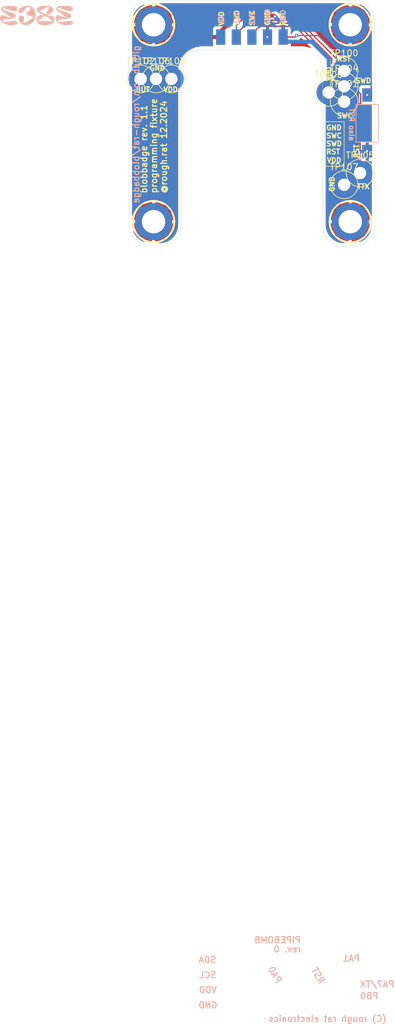
<source format=kicad_pcb>
(kicad_pcb (version 20240108) (generator "pcbnew") (generator_version "8.0")
  (layers (0 "F.Cu" signal) (31 "B.Cu" signal) (34 "B.Paste" user) (35 "F.Paste" user) (36 "B.SilkS" user "B.Silkscreen") (37 "F.SilkS" user "F.Silkscreen") (38 "B.Mask" user) (39 "F.Mask" user) (44 "Edge.Cuts" user))
  (net 0 "")
  (net 1 "/nRST")
  (net 2 "GND")
  (net 3 "/SWD")
  (net 4 "/SWC")
  (net 5 "VDD")
  (net 6 "/UART_TX")
  (net 7 "/BUT")
  (footprint "TestPoint:TestPoint_THTPad_D4.0mm_Drill2.0mm" (layer "F.Cu") (at 137 33.5)
    (property "Reference" "TP100")
    (property "Value" "TP")
  )
  (footprint "easyeda2kicad:SMD_BD5.6-D3.6" (layer "F.Cu") (at 138 58)
    (property "Reference" "U104" (hide yes))
    (property "Value" "SMTSOM215BTR")
  )
  (footprint "TestPoint:TestPoint_THTPad_D4.0mm_Drill2.0mm" (layer "F.Cu") (at 103.9 34.8)
    (property "Reference" "TP102")
    (property "Value" "TP")
  )
  (footprint "TestPoint:TestPoint_THTPad_D4.0mm_Drill2.0mm" (layer "F.Cu") (at 137 36)
    (property "Reference" "TP104")
    (property "Value" "TP")
  )
  (footprint "TestPoint:TestPoint_THTPad_D4.0mm_Drill2.0mm" (layer "F.Cu") (at 137 38.5)
    (property "Reference" "TP101")
    (property "Value" "TP")
  )
  (footprint "Button_Switch_SMD:SW_SPST_FSMSM" (layer "F.Cu") (at 140.75 42 -90)
    (property "Reference" "SW100" (hide yes))
    (property "Value" "B1")
  )
  (footprint "TestPoint:TestPoint_THTPad_D4.0mm_Drill2.0mm" (layer "F.Cu") (at 134.5 37)
    (property "Reference" "TP108")
    (property "Value" "TP")
  )
  (footprint "TestPoint:TestPoint_THTPad_D4.0mm_Drill2.0mm" (layer "F.Cu") (at 137 52)
    (property "Reference" "TP107")
    (property "Value" "TP")
  )
  (footprint "Critbit_lib:PinHeader_1x05_P2.54mm_SMD_flat" (layer "F.Cu") (at 122 28 90)
    (property "Reference" "J101" (hide yes))
    (property "Value" "Conn_01x05")
  )
  (footprint "TestPoint:TestPoint_THTPad_D4.0mm_Drill2.0mm" (layer "F.Cu") (at 106.4 34.8)
    (property "Reference" "TP106")
    (property "Value" "TP")
  )
  (footprint "easyeda2kicad:SMD_BD5.6-D3.6" (layer "F.Cu") (at 138 26)
    (property "Reference" "U102" (hide yes))
    (property "Value" "SMTSOM215BTR")
  )
  (footprint "TestPoint:TestPoint_THTPad_D4.0mm_Drill2.0mm" (layer "F.Cu") (at 108.9 34.8)
    (property "Reference" "TP103")
    (property "Value" "TP")
  )
  (footprint "easyeda2kicad:SMD_BD5.6-D3.6" (layer "F.Cu") (at 106 26)
    (property "Reference" "U101" (hide yes))
    (property "Value" "SMTSOM215BTR")
  )
  (footprint "TestPoint:TestPoint_THTPad_D4.0mm_Drill2.0mm" (layer "F.Cu") (at 139.6 50.1)
    (property "Reference" "TP105")
    (property "Value" "TP")
  )
  (footprint "easyeda2kicad:SMD_BD5.6-D3.6" (layer "F.Cu") (at 106 58)
    (property "Reference" "U103" (hide yes))
    (property "Value" "SMTSOM215BTR")
  )
  (footprint "Button_Switch_SMD:SW_SPST_FSMSM" (layer "B.Cu") (at 140.75 42 -90)
    (property "Reference" "SW101" (hide yes))
    (property "Value" "B1")
  )
  (footprint "Critbit_lib:PinHeader_1x05_P2.54mm_SMD_flat" (layer "B.Cu") (at 122 28 -90)
    (property "Reference" "J100" (hide yes))
    (property "Value" "Conn_01x05")
  )
  (gr_poly (pts (xy 90.75146 22.988061) (xy 90.681327 22.994589) (xy 90.61603 23.005244) (xy 90.555571 23.019844) (xy 90.527154 23.028566) (xy 90.499947 23.038204) (xy 90.47395 23.048738) (xy 90.449161 23.060142) (xy 90.425581 23.072395) (xy 90.403211 23.085473) (xy 90.38205 23.099354) (xy 90.362098 23.114015) (xy 90.343355 23.129432) (xy 90.325822 23.145584) (xy 90.309497 23.162445) (xy 90.294382 23.179995) (xy 90.280476 23.19821) (xy 90.267779 23.217067) (xy 90.256292 23.236543) (xy 90.246014 23.256615) (xy 90.236944 23.27726) (xy 90.229085 23.298456) (xy 90.222434 23.320178) (xy 90.216992 23.342406) (xy 90.21276 23.365115) (xy 90.209737 23.388282) (xy 90.207319 23.435901) (xy 90.207614 23.449476) (xy 90.208498 23.463047) (xy 90.212011 23.490165) (xy 90.217817 23.517225) (xy 90.225876 23.544199) (xy 90.236147 23.571059) (xy 90.248593 23.597775) (xy 90.263171 23.624319) (xy 90.279842 23.650663) (xy 90.298567 23.676777) (xy 90.319306 23.702633) (xy 90.342018 23.728202) (xy 90.366663 23.753455) (xy 90.393202 23.778364) (xy 90.421595 23.802901) (xy 90.451801 23.827036) (xy 90.483781 23.850741) (xy 91.644112 24.660842) (xy 91.658033 24.671211) (xy 91.670609 24.681741) (xy 91.681865 24.692383) (xy 91.691825 24.703092) (xy 91.700513 24.713821) (xy 91.707953 24.724523) (xy 91.71417 24.735152) (xy 91.719187 24.745661) (xy 91.72303 24.756004) (xy 91.725722 24.766134) (xy 91.727288 24.776005) (xy 91.727751 24.78557) (xy 91.727136 24.794782) (xy 91.725468 24.803595) (xy 91.72277 24.811962) (xy 91.719066 24.819837) (xy 91.714382 24.827173) (xy 91.708741 24.833923) (xy 91.702167 24.840042) (xy 91.694685 24.845482) (xy 91.686319 24.850196) (xy 91.677092 24.854139) (xy 91.667031 24.857264) (xy 91.656157 24.859524) (xy 91.644497 24.860872) (xy 91.632074 24.861262) (xy 91.618912 24.860648) (xy 91.605035 24.858983) (xy 91.590468 24.85622) (xy 91.575235 24.852312) (xy 91.559361 24.847214) (xy 91.542869 24.840878) (xy 90.764121 24.519965) (xy 90.728504 24.506292) (xy 90.693236 24.494606) (xy 90.658366 24.484873) (xy 90.623948 24.477061) (xy 90.590031 24.471138) (xy 90.556667 24.467071) (xy 90.523908 24.464829) (xy 90.491805 24.464379) (xy 90.460409 24.465689) (xy 90.429772 24.468727) (xy 90.399944 24.47346) (xy 90.370978 24.479857) (xy 90.342925 24.487884) (xy 90.315835 24.49751) (xy 90.289761 24.508703) (xy 90.264753 24.52143) (xy 90.240863 24.535659) (xy 90.218142 24.551357) (xy 90.196642 24.568493) (xy 90.176414 24.587035) (xy 90.157509 24.606949) (xy 90.139979 24.628204) (xy 90.123874 24.650768) (xy 90.109247 24.674608) (xy 90.096149 24.699692) (xy 90.08463 24.725988) (xy 90.074743 24.753464) (xy 90.066538 24.782087) (xy 90.060067 24.811825) (xy 90.055382 24.842646) (xy 90.052533 24.874517) (xy 90.051571 24.907407) (xy 90.054037 24.973273) (xy 90.061348 25.03731) (xy 90.073375 25.099501) (xy 90.089992 25.159829) (xy 90.111069 25.218277) (xy 90.136477 25.274827) (xy 90.16609 25.329463) (xy 90.199777 25.382167) (xy 90.237412 25.432922) (xy 90.278865 25.48171) (xy 90.324009 25.528515) (xy 90.372714 25.573319) (xy 90.424854 25.616106) (xy 90.480298 25.656857) (xy 90.53892 25.695556) (xy 90.60059 25.732186) (xy 90.665181 25.766729) (xy 90.732563 25.799168) (xy 90.802609 25.829486) (xy 90.875191 25.857666) (xy 90.95018 25.88369) (xy 91.027447 25.907541) (xy 91.106864 25.929203) (xy 91.188304 25.948657) (xy 91.271637 25.965887) (xy 91.356736 25.980876) (xy 91.443471 25.993605) (xy 91.531715 26.004059) (xy 91.62134 26.01222) (xy 91.712216 26.01807) (xy 91.804217 26.021593) (xy 91.897212 26.022771) (xy 92.022566 26.020909) (xy 92.137475 26.015395) (xy 92.242267 26.006338) (xy 92.337265 25.993848) (xy 92.422795 25.978032) (xy 92.499182 25.959) (xy 92.566751 25.936861) (xy 92.625827 25.911724) (xy 92.676735 25.883698) (xy 92.719801 25.852891) (xy 92.755349 25.819413) (xy 92.783705 25.783372) (xy 92.805194 25.744878) (xy 92.82014 25.704039) (xy 92.82887 25.660964) (xy 92.831707 25.615763) (xy 92.830892 25.592405) (xy 92.82983 25.580858) (xy 92.828292 25.569432) (xy 92.82625 25.558152) (xy 92.823673 25.547044) (xy 92.820533 25.536132) (xy 92.816801 25.525441) (xy 92.812447 25.514997) (xy 92.807442 25.504824) (xy 92.801757 25.494948) (xy 92.795362 25.485394) (xy 92.788229 25.476187) (xy 92.780328 25.467352) (xy 92.77163 25.458914) (xy 92.762105 25.450898) (xy 92.751725 25.443329) (xy 92.740461 25.436232) (xy 92.728282 25.429633) (xy 92.71516 25.423556) (xy 92.701066 25.418026) (xy 92.68597 25.413069) (xy 92.669843 25.40871) (xy 92.652656 25.404974) (xy 92.634379 25.401885) (xy 92.614984 25.39947) (xy 92.594442 25.397752) (xy 92.572722 25.396757) (xy 92.549796 25.396511) (xy 92.525634 25.397037) (xy 92.500208 25.398363) (xy 92.473488 25.400511) (xy 90.760231 25.553136) (xy 90.739424 25.554607) (xy 90.719342 25.555367) (xy 90.699981 25.555437) (xy 90.681338 25.55484) (xy 90.663408 25.553598) (xy 90.646186 25.551734) (xy 90.629669 25.549269) (xy 90.613851 25.546226) (xy 90.59873 25.542627) (xy 90.5843 25.538493) (xy 90.570558 25.533849) (xy 90.557498 25.528715) (xy 90.545117 25.523113) (xy 90.533411 25.517067) (xy 90.522375 25.510598) (xy 90.512004 25.503728) (xy 90.502296 25.49648) (xy 90.493244 25.488876) (xy 90.484846 25.480938) (xy 90.477097 25.472688) (xy 90.469992 25.464149) (xy 90.463527 25.455343) (xy 90.457698 25.446291) (xy 90.452501 25.437017) (xy 90.443985 25.417888) (xy 90.437945 25.398134) (xy 90.434346 25.377934) (xy 90.433154 25.357463) (xy 90.433418 25.346927) (xy 90.434217 25.336599) (xy 90.435563 25.326482) (xy 90.437466 25.316577) (xy 90.439936 25.306888) (xy 90.442984 25.297415) (xy 90.446622 25.288162) (xy 90.450859 25.27913) (xy 90.455706 25.270322) (xy 90.461174 25.26174) (xy 90.467274 25.253385) (xy 90.474017 25.245261) (xy 90.481412 25.237368) (xy 90.489471 25.22971) (xy 90.498205 25.222289) (xy 90.507624 25.215106) (xy 90.517739 25.208164) (xy 90.52856 25.201465) (xy 90.540098 25.195011) (xy 90.552365 25.188804) (xy 90.56537 25.182847) (xy 90.579124 25.177141) (xy 90.593638 25.171689) (xy 90.608923 25.166493) (xy 90.62499 25.161554) (xy 90.641848 25.156877) (xy 90.659509 25.152461) (xy 90.677984 25.14831) (xy 90.697283 25.144425) (xy 90.717417 25.14081) (xy 90.738396 25.137465) (xy 90.760231 25.134393) (xy 92.154189 24.962189) (xy 92.181365 24.958468) (xy 92.207418 24.953923) (xy 92.232364 24.948579) (xy 92.256221 24.942463) (xy 92.279005 24.935598) (xy 92.300734 24.92801) (xy 92.321424 24.919725) (xy 92.341094 24.910766) (xy 92.35976 24.90116) (xy 92.377439 24.89093) (xy 92.394148 24.880104) (xy 92.409905 24.868704) (xy 92.424726 24.856757) (xy 92.438629 24.844288) (xy 92.45163 24.831321) (xy 92.463748 24.817882) (xy 92.474998 24.803996) (xy 92.485399 24.789688) (xy 92.494967 24.774982) (xy 92.503719 24.759905) (xy 92.511673 24.744481) (xy 92.518845 24.728735) (xy 92.525253 24.712692) (xy 92.530914 24.696378) (xy 92.540062 24.663035) (xy 92.546427 24.628907) (xy 92.550146 24.594194) (xy 92.551355 24.559096) (xy 92.550659 24.531514) (xy 92.548343 24.503181) (xy 92.544066 24.474264) (xy 92.537484 24.444928) (xy 92.533222 24.430155) (xy 92.528256 24.415339) (xy 92.522543 24.400503) (xy 92.516039 24.385665) (xy 92.508703 24.370848) (xy 92.500491 24.356072) (xy 92.491361 24.341357) (xy 92.48127 24.326724) (xy 92.470175 24.312195) (xy 92.458033 24.29779) (xy 92.444802 24.28353) (xy 92.430438 24.269435) (xy 92.4149 24.255526) (xy 92.398143 24.241825) (xy 92.380127 24.228352) (xy 92.360806 24.215127) (xy 92.34014 24.202171) (xy 92.318085 24.189506) (xy 92.294597 24.177152) (xy 92.269636 24.16513) (xy 92.243157 24.15346) (xy 92.215118 24.142164) (xy 92.185476 24.131262) (xy 92.154189 24.120774) (xy 90.635626 23.635502) (xy 90.603064 23.624265) (xy 90.573883 23.612569) (xy 90.560506 23.606549) (xy 90.547908 23.600415) (xy 90.536067 23.594166) (xy 90.524962 23.587802) (xy 90.514569 23.581324) (xy 90.504867 23.574731) (xy 90.495833 23.568024) (xy 90.487447 23.561202) (xy 90.479685 23.554265) (xy 90.472525 23.547214) (xy 90.465946 23.540048) (xy 90.459924 23.532768) (xy 90.454439 23.525373) (xy 90.449468 23.517863) (xy 90.444989 23.510238) (xy 90.44098 23.502499) (xy 90.437419 23.494645) (xy 90.434283 23.486677) (xy 90.429199 23.470396) (xy 90.425554 23.453656) (xy 90.423168 23.436458) (xy 90.421867 23.418801) (xy 90.421472 23.400684) (xy 90.422165 23.389251) (xy 90.423495 23.378426) (xy 90.425438 23.368199) (xy 90.427969 23.358558) (xy 90.431066 23.349494) (xy 90.434702 23.340995) (xy 90.438855 23.333051) (xy 90.4435 23.325651) (xy 90.448612 23.318784) (xy 90.454168 23.312439) (xy 90.460142 23.306606) (xy 90.466512 23.301274) (xy 90.473253 23.296433) (xy 90.48034 23.29207) (xy 90.487749 23.288176) (xy 90.495456 23.284741) (xy 90.503437 23.281752) (xy 90.511668 23.2792) (xy 90.520124 23.277074) (xy 90.528781 23.275362) (xy 90.537615 23.274055) (xy 90.546601 23.273141) (xy 90.555716 23.27261) (xy 90.564935 23.27245) (xy 90.574234 23.272652) (xy 90.583589 23.273205) (xy 90.592975 23.274097) (xy 90.602368 23.275318) (xy 90.611744 23.276857) (xy 90.621079 23.278703) (xy 90.630349 23.280846) (xy 90.639529 23.283276) (xy 91.998442 23.686368) (xy 92.112176 23.720202) (xy 92.174972 23.737606) (xy 92.240283 23.753759) (xy 92.307032 23.767482) (xy 92.374139 23.777593) (xy 92.440528 23.782912) (xy 92.473116 23.783405) (xy 92.50512 23.782257) (xy 92.536406 23.77932) (xy 92.566838 23.774447) (xy 92.596282 23.76749) (xy 92.624603 23.758301) (xy 92.651666 23.746734) (xy 92.677337 23.73264) (xy 92.70148 23.715871) (xy 92.723962 23.69628) (xy 92.744647 23.67372) (xy 92.763401 23.648043) (xy 92.780088 23.6191) (xy 92.794575 23.586746) (xy 92.806726 23.550831) (xy 92.816407 23.511209) (xy 92.823482 23.467731) (xy 92.827818 23.42025) (xy 92.82885 23.391459) (xy 92.828322 23.363778) (xy 92.826271 23.337194) (xy 92.822735 23.311696) (xy 92.81775 23.28727) (xy 92.811353 23.263902) (xy 92.803582 23.241581) (xy 92.794473 23.220293) (xy 92.784064 23.200026) (xy 92.772392 23.180766) (xy 92.759493 23.162501) (xy 92.745405 23.145217) (xy 92.730165 23.128902) (xy 92.71381 23.113543) (xy 92.696377 23.099128) (xy 92.677903 23.085642) (xy 92.658425 23.073073) (xy 92.637981 23.061409) (xy 92.616606 23.050637) (xy 92.594339 23.040742) (xy 92.571217 23.031714) (xy 92.547276 23.023538) (xy 92.522553 23.016202) (xy 92.497086 23.009693) (xy 92.470912 23.003998) (xy 92.444068 22.999105) (xy 92.388517 22.991669) (xy 92.330729 22.987283) (xy 92.271002 22.985844) (xy 90.82643 22.985844)) (stroke (width 0.059531) (color 255 80 83 1)) (fill solid) (layer "B.SilkS"))
  (gr_poly (pts (xy 81.74441 22.988061) (xy 81.674276 22.994589) (xy 81.60898 23.005244) (xy 81.54852 23.019844) (xy 81.520104 23.028566) (xy 81.492897 23.038204) (xy 81.466899 23.048738) (xy 81.44211 23.060142) (xy 81.41853 23.072395) (xy 81.39616 23.085473) (xy 81.374999 23.099354) (xy 81.355047 23.114015) (xy 81.336304 23.129432) (xy 81.318771 23.145584) (xy 81.302446 23.162445) (xy 81.287331 23.179995) (xy 81.273425 23.19821) (xy 81.260728 23.217067) (xy 81.249241 23.236543) (xy 81.238962 23.256615) (xy 81.229893 23.27726) (xy 81.222033 23.298456) (xy 81.215383 23.320178) (xy 81.209941 23.342406) (xy 81.205709 23.365115) (xy 81.202686 23.388282) (xy 81.200267 23.435901) (xy 81.200563 23.449476) (xy 81.201447 23.463047) (xy 81.20496 23.490165) (xy 81.210765 23.517225) (xy 81.218824 23.544199) (xy 81.229096 23.571059) (xy 81.241541 23.597775) (xy 81.25612 23.624319) (xy 81.272791 23.650663) (xy 81.291516 23.676777) (xy 81.312255 23.702633) (xy 81.334967 23.728202) (xy 81.359612 23.753455) (xy 81.386151 23.778364) (xy 81.414544 23.802901) (xy 81.44475 23.827036) (xy 81.476731 23.850741) (xy 82.63706 24.660842) (xy 82.650982 24.671211) (xy 82.66356 24.681741) (xy 82.674816 24.692383) (xy 82.684777 24.703092) (xy 82.693466 24.713821) (xy 82.700907 24.724523) (xy 82.707124 24.735152) (xy 82.712142 24.745661) (xy 82.715985 24.756004) (xy 82.718677 24.766134) (xy 82.720243 24.776005) (xy 82.720706 24.78557) (xy 82.720092 24.794782) (xy 82.718423 24.803595) (xy 82.715725 24.811962) (xy 82.712022 24.819837) (xy 82.707338 24.827173) (xy 82.701696 24.833923) (xy 82.695123 24.840042) (xy 82.687641 24.845482) (xy 82.679274 24.850196) (xy 82.670048 24.854139) (xy 82.659987 24.857264) (xy 82.649114 24.859524) (xy 82.637454 24.860872) (xy 82.625031 24.861262) (xy 82.611869 24.860648) (xy 82.597993 24.858983) (xy 82.583427 24.85622) (xy 82.568195 24.852312) (xy 82.552322 24.847214) (xy 82.535831 24.840878) (xy 81.75707 24.519965) (xy 81.721453 24.506292) (xy 81.686185 24.494606) (xy 81.651315 24.484873) (xy 81.616897 24.477061) (xy 81.58298 24.471138) (xy 81.549616 24.467071) (xy 81.516857 24.464829) (xy 81.484754 24.464379) (xy 81.453358 24.465689) (xy 81.422721 24.468727) (xy 81.392893 24.47346) (xy 81.363927 24.479857) (xy 81.335874 24.487884) (xy 81.308784 24.49751) (xy 81.282709 24.508703) (xy 81.257702 24.52143) (xy 81.233812 24.535659) (xy 81.211091 24.551357) (xy 81.189591 24.568493) (xy 81.169363 24.587035) (xy 81.150458 24.606949) (xy 81.132928 24.628204) (xy 81.116823 24.650768) (xy 81.102196 24.674608) (xy 81.089097 24.699692) (xy 81.077579 24.725988) (xy 81.067691 24.753464) (xy 81.059487 24.782087) (xy 81.053016 24.811825) (xy 81.04833 24.842646) (xy 81.045481 24.874517) (xy 81.04452 24.907407) (xy 81.046985 24.973273) (xy 81.054296 25.03731) (xy 81.066324 25.099501) (xy 81.08294 25.159829) (xy 81.104017 25.218277) (xy 81.129426 25.274827) (xy 81.159038 25.329463) (xy 81.192726 25.382167) (xy 81.23036 25.432922) (xy 81.271814 25.48171) (xy 81.316957 25.528515) (xy 81.365663 25.573319) (xy 81.417802 25.616106) (xy 81.473247 25.656857) (xy 81.531869 25.695556) (xy 81.593539 25.732186) (xy 81.658129 25.766729) (xy 81.725512 25.799168) (xy 81.795558 25.829486) (xy 81.86814 25.857666) (xy 81.943128 25.88369) (xy 82.020395 25.907541) (xy 82.099813 25.929203) (xy 82.181253 25.948657) (xy 82.264586 25.965887) (xy 82.349684 25.980876) (xy 82.43642 25.993605) (xy 82.524664 26.004059) (xy 82.614288 26.01222) (xy 82.705165 26.01807) (xy 82.797165 26.021593) (xy 82.890161 26.022771) (xy 83.015514 26.020909) (xy 83.130424 26.015395) (xy 83.235215 26.006338) (xy 83.330213 25.993848) (xy 83.415743 25.978032) (xy 83.49213 25.959) (xy 83.559699 25.936861) (xy 83.618775 25.911724) (xy 83.669683 25.883698) (xy 83.712749 25.852891) (xy 83.748297 25.819413) (xy 83.776653 25.783372) (xy 83.798142 25.744878) (xy 83.813088 25.704039) (xy 83.821818 25.660964) (xy 83.824655 25.615763) (xy 83.823841 25.592405) (xy 83.822779 25.580858) (xy 83.821241 25.569432) (xy 83.819199 25.558152) (xy 83.816622 25.547044) (xy 83.813483 25.536132) (xy 83.809751 25.525441) (xy 83.805397 25.514997) (xy 83.800393 25.504824) (xy 83.794708 25.494948) (xy 83.788314 25.485394) (xy 83.781181 25.476187) (xy 83.77328 25.467352) (xy 83.764583 25.458914) (xy 83.755059 25.450898) (xy 83.744679 25.443329) (xy 83.733415 25.436232) (xy 83.721236 25.429633) (xy 83.708114 25.423556) (xy 83.69402 25.418026) (xy 83.678924 25.413069) (xy 83.662797 25.40871) (xy 83.64561 25.404974) (xy 83.627333 25.401885) (xy 83.607938 25.39947) (xy 83.587395 25.397752) (xy 83.565674 25.396757) (xy 83.542747 25.396511) (xy 83.518585 25.397037) (xy 83.493158 25.398363) (xy 83.466436 25.400511) (xy 81.75318 25.553136) (xy 81.732372 25.554607) (xy 81.712291 25.555367) (xy 81.69293 25.555437) (xy 81.674287 25.55484) (xy 81.656356 25.553598) (xy 81.639135 25.551734) (xy 81.622617 25.549269) (xy 81.6068 25.546226) (xy 81.591679 25.542627) (xy 81.577249 25.538493) (xy 81.563506 25.533849) (xy 81.550447 25.528715) (xy 81.538066 25.523113) (xy 81.52636 25.517067) (xy 81.515323 25.510598) (xy 81.504953 25.503728) (xy 81.495244 25.49648) (xy 81.486193 25.488876) (xy 81.477795 25.480938) (xy 81.470045 25.472688) (xy 81.46294 25.464149) (xy 81.456476 25.455343) (xy 81.450647 25.446291) (xy 81.44545 25.437017) (xy 81.436934 25.417888) (xy 81.430893 25.398134) (xy 81.427294 25.377934) (xy 81.426102 25.357463) (xy 81.426366 25.346927) (xy 81.427166 25.336599) (xy 81.428512 25.326482) (xy 81.430414 25.316577) (xy 81.432884 25.306888) (xy 81.435933 25.297415) (xy 81.43957 25.288162) (xy 81.443807 25.27913) (xy 81.448654 25.270322) (xy 81.454123 25.26174) (xy 81.460223 25.253385) (xy 81.466965 25.245261) (xy 81.474361 25.237368) (xy 81.48242 25.22971) (xy 81.491154 25.222289) (xy 81.500573 25.215106) (xy 81.510687 25.208164) (xy 81.521508 25.201465) (xy 81.533047 25.195011) (xy 81.545313 25.188804) (xy 81.558318 25.182847) (xy 81.572073 25.177141) (xy 81.586587 25.171689) (xy 81.601872 25.166493) (xy 81.617939 25.161554) (xy 81.634797 25.156877) (xy 81.652458 25.152461) (xy 81.670933 25.14831) (xy 81.690232 25.144425) (xy 81.710365 25.14081) (xy 81.731345 25.137465) (xy 81.75318 25.134393) (xy 83.147151 24.962189) (xy 83.174327 24.958468) (xy 83.200378 24.953923) (xy 83.225323 24.948579) (xy 83.249179 24.942463) (xy 83.271962 24.935598) (xy 83.29369 24.92801) (xy 83.31438 24.919725) (xy 83.334049 24.910766) (xy 83.352714 24.90116) (xy 83.370392 24.89093) (xy 83.387101 24.880104) (xy 83.402857 24.868704) (xy 83.417678 24.856757) (xy 83.43158 24.844288) (xy 83.444581 24.831321) (xy 83.456699 24.817882) (xy 83.467949 24.803996) (xy 83.478349 24.789688) (xy 83.487917 24.774982) (xy 83.496669 24.759905) (xy 83.504622 24.744481) (xy 83.511795 24.728735) (xy 83.518202 24.712692) (xy 83.523863 24.696378) (xy 83.533011 24.663035) (xy 83.539376 24.628907) (xy 83.543095 24.594194) (xy 83.544304 24.559096) (xy 83.543608 24.531514) (xy 83.541293 24.503181) (xy 83.537015 24.474264) (xy 83.530434 24.444928) (xy 83.526172 24.430155) (xy 83.521206 24.415339) (xy 83.515493 24.400503) (xy 83.508989 24.385665) (xy 83.501653 24.370848) (xy 83.493442 24.356072) (xy 83.484312 24.341357) (xy 83.474221 24.326724) (xy 83.463126 24.312195) (xy 83.450985 24.29779) (xy 83.437754 24.28353) (xy 83.423391 24.269435) (xy 83.407853 24.255526) (xy 83.391097 24.241825) (xy 83.373081 24.228352) (xy 83.353761 24.215127) (xy 83.333096 24.202171) (xy 83.311041 24.189506) (xy 83.287555 24.177152) (xy 83.262594 24.16513) (xy 83.236116 24.15346) (xy 83.208078 24.142164) (xy 83.178438 24.131262) (xy 83.147151 24.120774) (xy 81.628588 23.635502) (xy 81.596023 23.624265) (xy 81.566841 23.612569) (xy 81.553463 23.606549) (xy 81.540864 23.600415) (xy 81.529023 23.594166) (xy 81.517916 23.587802) (xy 81.507523 23.581324) (xy 81.49782 23.574731) (xy 81.488786 23.568024) (xy 81.480399 23.561202) (xy 81.472636 23.554265) (xy 81.465476 23.547214) (xy 81.458896 23.540048) (xy 81.452875 23.532768) (xy 81.44739 23.525373) (xy 81.442418 23.517863) (xy 81.437939 23.510238) (xy 81.43393 23.502499) (xy 81.430368 23.494645) (xy 81.427232 23.486677) (xy 81.422149 23.470396) (xy 81.418503 23.453656) (xy 81.416117 23.436458) (xy 81.414816 23.418801) (xy 81.414421 23.400684) (xy 81.415114 23.389251) (xy 81.416444 23.378426) (xy 81.418387 23.368199) (xy 81.420919 23.358558) (xy 81.424015 23.349494) (xy 81.427652 23.340995) (xy 81.431805 23.333051) (xy 81.43645 23.325651) (xy 81.441563 23.318784) (xy 81.447119 23.312439) (xy 81.453094 23.306606) (xy 81.459465 23.301274) (xy 81.466206 23.296433) (xy 81.473293 23.29207) (xy 81.480703 23.288176) (xy 81.48841 23.284741) (xy 81.496392 23.281752) (xy 81.504622 23.2792) (xy 81.513078 23.277074) (xy 81.521736 23.275362) (xy 81.530569 23.274055) (xy 81.539556 23.273141) (xy 81.548671 23.27261) (xy 81.557889 23.27245) (xy 81.567188 23.272652) (xy 81.576542 23.273205) (xy 81.585928 23.274097) (xy 81.59532 23.275318) (xy 81.604696 23.276857) (xy 81.61403 23.278703) (xy 81.623298 23.280846) (xy 81.632477 23.283276) (xy 82.99139 23.686368) (xy 83.105125 23.720202) (xy 83.167921 23.737606) (xy 83.233232 23.753759) (xy 83.299981 23.767482) (xy 83.367088 23.777593) (xy 83.433477 23.782912) (xy 83.466065 23.783405) (xy 83.498069 23.782257) (xy 83.529355 23.77932) (xy 83.559787 23.774447) (xy 83.58923 23.76749) (xy 83.617551 23.758301) (xy 83.644614 23.746734) (xy 83.670285 23.73264) (xy 83.694429 23.715871) (xy 83.716911 23.69628) (xy 83.737596 23.67372) (xy 83.756349 23.648043) (xy 83.773037 23.6191) (xy 83.787523 23.586746) (xy 83.799674 23.550831) (xy 83.809355 23.511209) (xy 83.81643 23.467731) (xy 83.820766 23.42025) (xy 83.821799 23.391459) (xy 83.821272 23.363778) (xy 83.819223 23.337194) (xy 83.815687 23.311696) (xy 83.810703 23.28727) (xy 83.804307 23.263902) (xy 83.796536 23.241581) (xy 83.787428 23.220293) (xy 83.777019 23.200026) (xy 83.765347 23.180766) (xy 83.752448 23.162501) (xy 83.73836 23.145217) (xy 83.723121 23.128902) (xy 83.706766 23.113543) (xy 83.689332 23.099128) (xy 83.670859 23.085642) (xy 83.651381 23.073073) (xy 83.630936 23.061409) (xy 83.609562 23.050637) (xy 83.587295 23.040742) (xy 83.564172 23.031714) (xy 83.540231 23.023538) (xy 83.515509 23.016202) (xy 83.490043 23.009693) (xy 83.463869 23.003998) (xy 83.437025 22.999105) (xy 83.381475 22.991669) (xy 83.323689 22.987283) (xy 83.263964 22.985844) (xy 81.81938 22.985844)) (stroke (width 0.059531) (color 255 80 83 1)) (fill solid) (layer "B.SilkS"))
  (gr_poly (pts (xy 88.361118 22.93139) (xy 88.16976 22.941109) (xy 87.995217 22.956182) (xy 87.836952 22.976489) (xy 87.69443 23.00191) (xy 87.567113 23.032324) (xy 87.454467 23.067612) (xy 87.355954 23.107652) (xy 87.271038 23.152324) (xy 87.199184 23.201509) (xy 87.139856 23.255084) (xy 87.092517 23.312931) (xy 87.056631 23.374929) (xy 87.031661 23.440957) (xy 87.017073 23.510895) (xy 87.012329 23.584623) (xy 87.013316 23.625445) (xy 87.014582 23.644609) (xy 87.01639 23.662993) (xy 87.018764 23.680635) (xy 87.021723 23.697573) (xy 87.02529 23.713843) (xy 87.029486 23.729486) (xy 87.034332 23.744538) (xy 87.03985 23.759037) (xy 87.046061 23.773022) (xy 87.052986 23.786531) (xy 87.060647 23.799601) (xy 87.069065 23.81227) (xy 87.078261 23.824577) (xy 87.088258 23.836559) (xy 87.099076 23.848255) (xy 87.110737 23.859701) (xy 87.123261 23.870937) (xy 87.136672 23.882001) (xy 87.150989 23.892929) (xy 87.166234 23.903761) (xy 87.199596 23.925287) (xy 87.236927 23.946881) (xy 87.278399 23.968847) (xy 87.324184 23.99149) (xy 87.374451 24.015113) (xy 88.020815 24.312544) (xy 88.029984 24.317041) (xy 88.038503 24.321732) (xy 88.04636 24.326629) (xy 88.053545 24.331744) (xy 88.056881 24.334387) (xy 88.060045 24.337089) (xy 88.063034 24.33985) (xy 88.065849 24.342674) (xy 88.068486 24.34556) (xy 88.070946 24.348511) (xy 88.073226 24.351527) (xy 88.075324 24.354612) (xy 88.07724 24.357764) (xy 88.078972 24.360988) (xy 88.080519 24.364282) (xy 88.081879 24.36765) (xy 88.083051 24.371093) (xy 88.084033 24.374611) (xy 88.084824 24.378207) (xy 88.085423 24.381882) (xy 88.085828 24.385637) (xy 88.086037 24.389473) (xy 88.08605 24.393393) (xy 88.085864 24.397398) (xy 88.085479 24.401488) (xy 88.084893 24.405666) (xy 88.084104 24.409933) (xy 88.083111 24.41429) (xy 88.082311 24.41758) (xy 88.081369 24.420844) (xy 88.080278 24.424075) (xy 88.079034 24.427271) (xy 88.07763 24.430426) (xy 88.07606 24.433537) (xy 88.074319 24.4366) (xy 88.072402 24.439609) (xy 88.070302 24.44256) (xy 88.068014 24.445451) (xy 88.065532 24.448275) (xy 88.06285 24.451028) (xy 88.059963 24.453708) (xy 88.056866 24.456308) (xy 88.053551 24.458825) (xy 88.050014 24.461255) (xy 88.046248 24.463593) (xy 88.042249 24.465835) (xy 88.03801 24.467977) (xy 88.033526 24.470014) (xy 88.028791 24.471942) (xy 88.023799 24.473757) (xy 88.018545 24.475455) (xy 88.013022 24.47703) (xy 88.007226 24.47848) (xy 88.00115 24.479799) (xy 87.994789 24.480983) (xy 87.988137 24.482029) (xy 87.981189 24.482931) (xy 87.973938 24.483686) (xy 87.966378 24.484289) (xy 87.958505 24.484735) (xy 87.63922 24.496483) (xy 87.557994 24.501873) (xy 87.519426 24.506437) (xy 87.482215 24.512273) (xy 87.44636 24.519399) (xy 87.411855 24.527833) (xy 87.378698 24.537594) (xy 87.346885 24.548702) (xy 87.316412 24.561173) (xy 87.287276 24.575028) (xy 87.259474 24.590284) (xy 87.233001 24.606961) (xy 87.207854 24.625076) (xy 87.18403 24.644649) (xy 87.161525 24.665699) (xy 87.140335 24.688243) (xy 87.120457 24.7123) (xy 87.101887 24.73789) (xy 87.084622 24.765031) (xy 87.068658 24.793741) (xy 87.053992 24.824038) (xy 87.04062 24.855943) (xy 87.028538 24.889473) (xy 87.017743 24.924646) (xy 87.008232 24.961483) (xy 87 25) (xy 86.993045 25.040217) (xy 86.987362 25.082153) (xy 86.982948 25.125825) (xy 86.9798 25.171254) (xy 86.977285 25.267452) (xy 86.978771 25.312992) (xy 86.983193 25.357152) (xy 86.9905 25.399927) (xy 87.00064 25.441314) (xy 87.01356 25.481307) (xy 87.029209 25.519904) (xy 87.047534 25.557098) (xy 87.068484 25.592887) (xy 87.092006 25.627266) (xy 87.118048 25.66023) (xy 87.146559 25.691775) (xy 87.177485 25.721897) (xy 87.210776 25.750592) (xy 87.24638 25.777854) (xy 87.284243 25.803681) (xy 87.324314 25.828068) (xy 87.366542 25.85101) (xy 87.410873 25.872503) (xy 87.457257 25.892542) (xy 87.50564 25.911124) (xy 87.555971 25.928245) (xy 87.608198 25.943899) (xy 87.662269 25.958083) (xy 87.718131 25.970791) (xy 87.775733 25.982021) (xy 87.835023 25.991768) (xy 87.895948 26.000027) (xy 87.958457 26.006794) (xy 88.022498 26.012064) (xy 88.088018 26.015834) (xy 88.154965 26.018099) (xy 88.223287 26.018855) (xy 88.384906 26.015819) (xy 88.542133 26.009246) (xy 88.694136 25.998534) (xy 88.840081 25.983081) (xy 88.979136 25.962285) (xy 89.110468 25.935544) (xy 89.233244 25.902257) (xy 89.346632 25.86182) (xy 89.449799 25.813633) (xy 89.49729 25.786445) (xy 89.541912 25.757094) (xy 89.583564 25.725504) (xy 89.622139 25.6916) (xy 89.657535 25.655307) (xy 89.689646 25.616549) (xy 89.71837 25.575252) (xy 89.743602 25.53134) (xy 89.765237 25.484737) (xy 89.783172 25.43537) (xy 89.797303 25.383162) (xy 89.802998 25.352449) (xy 89.5044 25.352449) (xy 89.5038 25.361661) (xy 89.502384 25.370673) (xy 89.500147 25.379443) (xy 89.497083 25.387933) (xy 89.493187 25.396104) (xy 89.488451 25.403916) (xy 89.482872 25.411329) (xy 89.476443 25.418305) (xy 89.469159 25.424803) (xy 89.461013 25.430784) (xy 89.452 25.43621) (xy 89.442115 25.44104) (xy 89.431351 25.445235) (xy 89.419703 25.448755) (xy 89.407166 25.451562) (xy 89.393733 25.453616) (xy 89.379398 25.454877) (xy 89.364157 25.455306) (xy 87.343297 25.443559) (xy 87.329095 25.443186) (xy 87.315691 25.442088) (xy 87.303086 25.440299) (xy 87.291279 25.437849) (xy 87.280271 25.434772) (xy 87.270062 25.431099) (xy 87.260651 25.426863) (xy 87.252038 25.422096) (xy 87.244224 25.41683) (xy 87.237208 25.411098) (xy 87.230991 25.404931) (xy 87.225572 25.398363) (xy 87.220952 25.391424) (xy 87.217131 25.384148) (xy 87.214108 25.376567) (xy 87.211883 25.368713) (xy 87.210457 25.360618) (xy 87.20983 25.352315) (xy 87.21 25.343835) (xy 87.21097 25.335211) (xy 87.212738 25.326475) (xy 87.215305 25.31766) (xy 87.21867 25.308797) (xy 87.222833 25.299919) (xy 87.227796 25.291059) (xy 87.233556 25.282247) (xy 87.240116 25.273518) (xy 87.247473 25.264902) (xy 87.25563 25.256433) (xy 87.264585 25.248141) (xy 87.274338 25.240061) (xy 87.28489 25.232223) (xy 88.090903 24.668674) (xy 88.130054 24.642404) (xy 88.167386 24.619397) (xy 88.203178 24.599702) (xy 88.237709 24.583373) (xy 88.25459 24.576486) (xy 88.27126 24.57046) (xy 88.287754 24.565301) (xy 88.304109 24.561015) (xy 88.320357 24.557609) (xy 88.336536 24.55509) (xy 88.352678 24.553464) (xy 88.36882 24.552737) (xy 88.384996 24.552915) (xy 88.401241 24.554006) (xy 88.41759 24.556016) (xy 88.434079 24.55895) (xy 88.450741 24.562816) (xy 88.467612 24.567621) (xy 88.484727 24.573369) (xy 88.502121 24.580069) (xy 88.519828 24.587726) (xy 88.537884 24.596347) (xy 88.575182 24.616506) (xy 88.614293 24.640598) (xy 88.655498 24.668674) (xy 89.430356 25.224404) (xy 89.440576 25.232297) (xy 89.450059 25.24054) (xy 89.458802 25.249095) (xy 89.466797 25.25792) (xy 89.474039 25.266979) (xy 89.480523 25.27623) (xy 89.486242 25.285634) (xy 89.491192 25.295152) (xy 89.495365 25.304745) (xy 89.498758 25.314373) (xy 89.501363 25.323997) (xy 89.503176 25.333577) (xy 89.50419 25.343074) (xy 89.5044 25.352449) (xy 89.802998 25.352449) (xy 89.807525 25.328038) (xy 89.813735 25.269922) (xy 89.815828 25.208741) (xy 89.814274 25.138967) (xy 89.809424 25.072104) (xy 89.800992 25.008315) (xy 89.788693 24.947759) (xy 89.772242 24.890597) (xy 89.76237 24.863338) (xy 89.751353 24.836988) (xy 89.739155 24.811567) (xy 89.725741 24.787095) (xy 89.711075 24.763591) (xy 89.695121 24.741077) (xy 89.677845 24.719571) (xy 89.659209 24.699094) (xy 89.639179 24.679667) (xy 89.617718 24.661308) (xy 89.594792 24.644039) (xy 89.570364 24.627879) (xy 89.544399 24.612848) (xy 89.516862 24.598966) (xy 89.487716 24.586254) (xy 89.456926 24.574732) (xy 89.424456 24.564419) (xy 89.39027 24.555335) (xy 89.354334 24.547501) (xy 89.316611 24.540937) (xy 89.277066 24.535663) (xy 89.235663 24.531699) (xy 88.807355 24.496483) (xy 88.79124 24.494608) (xy 88.783684 24.493374) (xy 88.776454 24.491949) (xy 88.769547 24.490337) (xy 88.762957 24.488544) (xy 88.75668 24.486574) (xy 88.75071 24.484434) (xy 88.745042 24.482127) (xy 88.739671 24.479659) (xy 88.734593 24.477035) (xy 88.729802 24.474259) (xy 88.725293 24.471338) (xy 88.721062 24.468275) (xy 88.717103 24.465076) (xy 88.713412 24.461746) (xy 88.709982 24.45829) (xy 88.706811 24.454713) (xy 88.703891 24.45102) (xy 88.701219 24.447215) (xy 88.69879 24.443305) (xy 88.696598 24.439293) (xy 88.694638 24.435186) (xy 88.692906 24.430987) (xy 88.690104 24.422337) (xy 88.688152 24.413383) (xy 88.687011 24.404165) (xy 88.686639 24.394724) (xy 88.686752 24.389978) (xy 88.687091 24.385281) (xy 88.687653 24.380637) (xy 88.688434 24.37605) (xy 88.689432 24.371523) (xy 88.690644 24.367059) (xy 88.692067 24.362663) (xy 88.693698 24.358339) (xy 88.695534 24.354088) (xy 88.697573 24.349916) (xy 88.699812 24.345826) (xy 88.702247 24.34182) (xy 88.704876 24.337904) (xy 88.707697 24.33408) (xy 88.710705 24.330353) (xy 88.713899 24.326724) (xy 88.717276 24.323199) (xy 88.720832 24.319781) (xy 88.724565 24.316474) (xy 88.728472 24.31328) (xy 88.73255 24.310203) (xy 88.736796 24.307248) (xy 88.741207 24.304418) (xy 88.745782 24.301716) (xy 88.750515 24.299145) (xy 88.755406 24.296711) (xy 88.76045 24.294415) (xy 88.765646 24.292262) (xy 88.77099 24.290255) (xy 88.776479 24.288398) (xy 88.782111 24.286694) (xy 88.787882 24.285147) (xy 88.904967 24.254062) (xy 89.012555 24.222307) (xy 89.110915 24.189669) (xy 89.200314 24.155937) (xy 89.281021 24.120897) (xy 89.353303 24.084338) (xy 89.417429 24.046048) (xy 89.473667 24.005815) (xy 89.522285 23.963426) (xy 89.56355 23.91867) (xy 89.58151 23.895338) (xy 89.597732 23.871334) (xy 89.61225 23.846633) (xy 89.625098 23.821207) (xy 89.636308 23.79503) (xy 89.645916 23.768076) (xy 89.660454 23.711729) (xy 89.66898 23.651954) (xy 89.671762 23.588539) (xy 89.671044 23.563916) (xy 89.668841 23.538544) (xy 89.665086 23.512526) (xy 89.659709 23.485959) (xy 89.65264 23.458946) (xy 89.643812 23.431586) (xy 89.633154 23.403979) (xy 89.620597 23.376226) (xy 89.606072 23.348427) (xy 89.589511 23.320683) (xy 89.570843 23.293094) (xy 89.55 23.26576) (xy 89.526913 23.238781) (xy 89.517832 23.229298) (xy 88.994732 23.229298) (xy 88.993981 23.245631) (xy 88.99174 23.26271) (xy 88.987965 23.280514) (xy 88.982611 23.299023) (xy 88.975635 23.318216) (xy 88.966992 23.338071) (xy 88.593188 24.148172) (xy 88.585263 24.164524) (xy 88.576834 24.179834) (xy 88.567919 24.194115) (xy 88.55854 24.207379) (xy 88.548716 24.219641) (xy 88.538467 24.230912) (xy 88.527813 24.241206) (xy 88.516774 24.250535) (xy 88.50537 24.258913) (xy 88.493621 24.266352) (xy 88.481547 24.272865) (xy 88.469168 24.278465) (xy 88.456504 24.283165) (xy 88.443574 24.286978) (xy 88.430399 24.289917) (xy 88.416999 24.291995) (xy 88.403393 24.293224) (xy 88.389603 24.293617) (xy 88.375646 24.293188) (xy 88.361544 24.291949) (xy 88.347317 24.289913) (xy 88.332984 24.287093) (xy 88.318566 24.283503) (xy 88.304082 24.279154) (xy 88.289552 24.27406) (xy 88.274997 24.268233) (xy 88.260436 24.261687) (xy 88.245889 24.254435) (xy 88.231377 24.246489) (xy 88.216918 24.237862) (xy 88.202534 24.228567) (xy 88.188243 24.218617) (xy 87.670375 23.850741) (xy 87.659733 23.842981) (xy 87.649716 23.835115) (xy 87.640334 23.827153) (xy 87.631596 23.819105) (xy 87.623511 23.810979) (xy 87.616089 23.802785) (xy 87.609338 23.794532) (xy 87.603267 23.78623) (xy 87.597887 23.777888) (xy 87.593207 23.769514) (xy 87.589235 23.76112) (xy 87.585981 23.752712) (xy 87.583454 23.744303) (xy 87.581664 23.735899) (xy 87.58062 23.727511) (xy 87.58033 23.719149) (xy 87.580805 23.71082) (xy 87.582053 23.702536) (xy 87.584085 23.694304) (xy 87.586908 23.686135) (xy 87.590533 23.678037) (xy 87.594968 23.67002) (xy 87.600223 23.662094) (xy 87.606308 23.654267) (xy 87.613231 23.646549) (xy 87.621001 23.63895) (xy 87.629629 23.631478) (xy 87.639122 23.624142) (xy 87.649492 23.616954) (xy 87.660746 23.60992) (xy 87.672894 23.603051) (xy 87.685945 23.596357) (xy 88.636024 23.134567) (xy 88.658502 23.12421) (xy 88.680638 23.115139) (xy 88.70239 23.107334) (xy 88.723712 23.100773) (xy 88.74456 23.095436) (xy 88.764891 23.091303) (xy 88.784661 23.088352) (xy 88.803824 23.086562) (xy 88.822337 23.085914) (xy 88.840155 23.086385) (xy 88.857235 23.087956) (xy 88.873532 23.090605) (xy 88.889001 23.094312) (xy 88.9036 23.099056) (xy 88.917283 23.104816) (xy 88.930006 23.111571) (xy 88.941726 23.119301) (xy 88.952397 23.127985) (xy 88.961976 23.137601) (xy 88.970418 23.14813) (xy 88.97768 23.159551) (xy 88.983717 23.171842) (xy 88.988485 23.184983) (xy 88.991939 23.198953) (xy 88.994036 23.213732) (xy 88.994732 23.229298) (xy 89.517832 23.229298) (xy 89.501512 23.212258) (xy 89.473729 23.186291) (xy 89.443493 23.16098) (xy 89.410736 23.136427) (xy 89.375389 23.11273) (xy 89.337383 23.08999) (xy 89.296648 23.068309) (xy 89.253116 23.047785) (xy 89.206716 23.02852) (xy 89.15738 23.010613) (xy 89.10504 22.994166) (xy 89.049624 22.979277) (xy 88.991066 22.966049) (xy 88.929294 22.95458) (xy 88.864241 22.944971) (xy 88.795837 22.937323) (xy 88.724012 22.931736) (xy 88.648698 22.928311) (xy 88.569826 22.927146)) (stroke (width 0.059531) (color 255 80 83 1)) (fill solid) (layer "B.SilkS"))
  (gr_poly (pts (xy 85.311718 22.932856) (xy 85.176123 22.949344) (xy 85.043722 22.975646) (xy 84.915427 23.010799) (xy 84.792151 23.05384) (xy 84.674807 23.103807) (xy 84.564307 23.159736) (xy 84.461564 23.220664) (xy 84.367491 23.285627) (xy 84.283 23.353664) (xy 84.209004 23.42381) (xy 84.146415 23.495102) (xy 84.096146 23.566579) (xy 84.075917 23.602085) (xy 84.05911 23.637275) (xy 84.045839 23.67203) (xy 84.036219 23.706229) (xy 84.030363 23.739751) (xy 84.028385 23.772477) (xy 84.029467 23.799016) (xy 84.032657 23.825007) (xy 84.037875 23.850362) (xy 84.04504 23.874992) (xy 84.054069 23.898808) (xy 84.064883 23.921721) (xy 84.077399 23.943642) (xy 84.091536 23.964483) (xy 84.107213 23.984154) (xy 84.124348 24.002567) (xy 84.142862 24.019632) (xy 84.162671 24.035262) (xy 84.183695 24.049367) (xy 84.205853 24.061857) (xy 84.229064 24.072646) (xy 84.253245 24.081643) (xy 84.278316 24.088759) (xy 84.304196 24.093906) (xy 84.330802 24.096995) (xy 84.358055 24.097938) (xy 84.385873 24.096644) (xy 84.414174 24.093026) (xy 84.442877 24.086994) (xy 84.471901 24.07846) (xy 84.501164 24.067335) (xy 84.530586 24.053529) (xy 84.560085 24.036955) (xy 84.58958 24.017523) (xy 84.618989 23.995144) (xy 84.648231 23.969729) (xy 84.677226 23.941191) (xy 84.705891 23.909439) (xy 85.278276 23.236312) (xy 85.312406 23.200485) (xy 85.348167 23.170612) (xy 85.385276 23.146436) (xy 85.423448 23.127695) (xy 85.462398 23.114131) (xy 85.501842 23.105484) (xy 85.541497 23.101495) (xy 85.581076 23.101905) (xy 85.620296 23.106454) (xy 85.658872 23.114882) (xy 85.69652 23.12693) (xy 85.732955 23.14234) (xy 85.767892 23.160851) (xy 85.801049 23.182204) (xy 85.832138 23.206139) (xy 85.860878 23.232398) (xy 85.886982 23.26072) (xy 85.910166 23.290847) (xy 85.930146 23.322519) (xy 85.946638 23.355477) (xy 85.959357 23.38946) (xy 85.968018 23.42421) (xy 85.972337 23.459468) (xy 85.97203 23.494974) (xy 85.966812 23.530468) (xy 85.956398 23.565691) (xy 85.940504 23.600384) (xy 85.918846 23.634287) (xy 85.891139 23.667141) (xy 85.857099 23.698686) (xy 85.816441 23.728664) (xy 85.768881 23.756814) (xy 85.554727 23.870307) (xy 85.525344 23.887296) (xy 85.498488 23.905193) (xy 85.47411 23.923916) (xy 85.452158 23.943387) (xy 85.432581 23.963525) (xy 85.41533 23.984252) (xy 85.400352 24.005488) (xy 85.387599 24.027153) (xy 85.377019 24.049168) (xy 85.368561 24.071453) (xy 85.362175 24.093928) (xy 85.357811 24.116515) (xy 85.355417 24.139133) (xy 85.354944 24.161704) (xy 85.356339 24.184146) (xy 85.359554 24.206382) (xy 85.364536 24.228331) (xy 85.371237 24.249914) (xy 85.379604 24.271051) (xy 85.389587 24.291663) (xy 85.401137 24.31167) (xy 85.414201 24.330993) (xy 85.42873 24.349552) (xy 85.444672 24.367268) (xy 85.461978 24.384061) (xy 85.480596 24.399851) (xy 85.500477 24.414559) (xy 85.521568 24.428105) (xy 85.543821 24.440411) (xy 85.567183 24.451396) (xy 85.591605 24.46098) (xy 85.617036 24.469085) (xy 86.317904 24.664758) (xy 86.332735 24.669431) (xy 86.346567 24.67463) (xy 86.359404 24.680327) (xy 86.371253 24.686497) (xy 86.382118 24.693114) (xy 86.392004 24.700152) (xy 86.400917 24.707587) (xy 86.40886 24.71539) (xy 86.415839 24.723538) (xy 86.421859 24.732004) (xy 86.426926 24.740763) (xy 86.431043 24.749788) (xy 86.434216 24.759053) (xy 86.436451 24.768534) (xy 86.437751 24.778204) (xy 86.438122 24.788037) (xy 86.43757 24.798008) (xy 86.436098 24.808091) (xy 86.433712 24.818259) (xy 86.430417 24.828488) (xy 86.426219 24.838751) (xy 86.421121 24.849023) (xy 86.415129 24.859278) (xy 86.408248 24.86949) (xy 86.400483 24.879632) (xy 86.391839 24.889681) (xy 86.38232 24.899609) (xy 86.371933 24.90939) (xy 86.360682 24.919) (xy 86.348571 24.928412) (xy 86.335607 24.9376) (xy 86.321793 24.946539) (xy 85.064123 25.713593) (xy 85.047571 25.723206) (xy 85.031507 25.731519) (xy 85.01594 25.738565) (xy 85.000877 25.744373) (xy 84.986327 25.748975) (xy 84.9723 25.7524) (xy 84.958803 25.754681) (xy 84.945845 25.755847) (xy 84.933435 25.75593) (xy 84.921581 25.75496) (xy 84.910291 25.752968) (xy 84.899575 25.749985) (xy 84.889441 25.746042) (xy 84.879897 25.74117) (xy 84.870952 25.735399) (xy 84.862615 25.72876) (xy 84.854893 25.721284) (xy 84.847797 25.713002) (xy 84.841333 25.703944) (xy 84.835511 25.694142) (xy 84.830339 25.683626) (xy 84.825827 25.672428) (xy 84.821981 25.660577) (xy 84.818812 25.648104) (xy 84.816327 25.635042) (xy 84.814535 25.621419) (xy 84.813444 25.607268) (xy 84.813064 25.592618) (xy 84.813402 25.577501) (xy 84.814468 25.561947) (xy 84.816269 25.545988) (xy 84.818815 25.529654) (xy 84.885 25.157875) (xy 84.891776 25.114774) (xy 84.897217 25.069541) (xy 84.900901 25.022795) (xy 84.902405 24.975155) (xy 84.901309 24.92724) (xy 84.89719 24.879668) (xy 84.889625 24.833061) (xy 84.878194 24.788035) (xy 84.870895 24.76631) (xy 84.862472 24.745212) (xy 84.852871 24.724819) (xy 84.84204 24.705209) (xy 84.829925 24.686458) (xy 84.816474 24.668645) (xy 84.801634 24.651847) (xy 84.785352 24.636141) (xy 84.767576 24.621605) (xy 84.748253 24.608315) (xy 84.727329 24.59635) (xy 84.704754 24.585786) (xy 84.680472 24.576702) (xy 84.654433 24.569173) (xy 84.626582 24.563279) (xy 84.596868 24.559096) (xy 84.56045 24.555924) (xy 84.525645 24.554443) (xy 84.492423 24.554603) (xy 84.460753 24.556353) (xy 84.430607 24.559642) (xy 84.401953 24.56442) (xy 84.374762 24.570635) (xy 84.349005 24.578237) (xy 84.32465 24.587175) (xy 84.301669 24.597398) (xy 84.280031 24.608854) (xy 84.259706 24.621494) (xy 84.240665 24.635265) (xy 84.222877 24.650119) (xy 84.206313 24.666002) (xy 84.190942 24.682865) (xy 84.176734 24.700657) (xy 84.16366 24.719327) (xy 84.15169 24.738823) (xy 84.140794 24.759096) (xy 84.130941 24.780094) (xy 84.122103 24.801766) (xy 84.114248 24.824062) (xy 84.107347 24.84693) (xy 84.096287 24.894181) (xy 84.088684 24.943111) (xy 84.084298 24.993314) (xy 84.082889 25.044382) (xy 84.084174 25.091939) (xy 84.088013 25.139166) (xy 84.094382 25.185986) (xy 84.103256 25.232322) (xy 84.114611 25.278096) (xy 84.128423 25.323231) (xy 84.144667 25.367649) (xy 84.163321 25.411274) (xy 84.184358 25.454027) (xy 84.207755 25.495832) (xy 84.233488 25.53661) (xy 84.261532 25.576285) (xy 84.291864 25.614779) (xy 84.324458 25.652015) (xy 84.359292 25.687915) (xy 84.396339 25.722401) (xy 84.435577 25.755398) (xy 84.476981 25.786826) (xy 84.520527 25.81661) (xy 84.56619 25.84467) (xy 84.613946 25.870931) (xy 84.663771 25.895314) (xy 84.715641 25.917742) (xy 84.769532 25.938138) (xy 84.825419 25.956424) (xy 84.883277 25.972523) (xy 84.943084 25.986358) (xy 85.004814 25.99785) (xy 85.068443 26.006924) (xy 85.133948 26.013501) (xy 85.201303 26.017504) (xy 85.270484 26.018855) (xy 85.353645 26.016907) (xy 85.435166 26.011112) (xy 85.514982 26.001545) (xy 85.593027 25.988281) (xy 85.669234 25.971393) (xy 85.74354 25.950956) (xy 85.815878 25.927046) (xy 85.886183 25.899736) (xy 85.954388 25.869101) (xy 86.020429 25.835215) (xy 86.08424 25.798154) (xy 86.145755 25.757991) (xy 86.204909 25.714801) (xy 86.261636 25.668659) (xy 86.31587 25.619639) (xy 86.367546 25.567815) (xy 86.416599 25.513263) (xy 86.462962 25.456057) (xy 86.50657 25.396271) (xy 86.547358 25.333979) (xy 86.58526 25.269257) (xy 86.62021 25.202179) (xy 86.652142 25.132819) (xy 86.680992 25.061253) (xy 86.706694 24.987553) (xy 86.729181 24.911796) (xy 86.748389 24.834055) (xy 86.764251 24.754405) (xy 86.776703 24.67292) (xy 86.785678 24.589676) (xy 86.791111 24.504746) (xy 86.792937 24.418206) (xy 86.787946 24.263445) (xy 86.772905 24.113683) (xy 86.747712 23.969608) (xy 86.712263 23.831908) (xy 86.690661 23.765663) (xy 86.666457 23.701271) (xy 86.639637 23.638815) (xy 86.61019 23.578384) (xy 86.578101 23.520062) (xy 86.543359 23.463936) (xy 86.50595 23.410091) (xy 86.465862 23.358614) (xy 86.423082 23.309591) (xy 86.377597 23.263107) (xy 86.329394 23.219249) (xy 86.278461 23.178102) (xy 86.224784 23.139753) (xy 86.16835 23.104288) (xy 86.109148 23.071792) (xy 86.047163 23.042351) (xy 85.982384 23.016052) (xy 85.914796 22.992981) (xy 85.844389 22.973223) (xy 85.771148 22.956865) (xy 85.695061 22.943992) (xy 85.616115 22.934691) (xy 85.534297 22.929047) (xy 85.449594 22.927146)) (stroke (width 0.059531) (color 255 80 83 1)) (fill solid) (layer "B.SilkS"))
  (gr_rect (start 133.75 41.75) (end 137 49) (stroke (width 0.1)) (fill none) (layer "F.SilkS"))
  (gr_line (start 105.5 62) (end 107 62) (stroke (width 0.05)) (layer "Edge.Cuts"))
  (gr_line (start 142 58.5) (end 142 42) (stroke (width 0.05)) (layer "Edge.Cuts"))
  (gr_line (start 142 25.5) (end 142 42) (stroke (width 0.05)) (layer "Edge.Cuts"))
  (gr_arc (start 130 30) (mid 132.474874 31.025126) (end 133.5 33.5) (stroke (width 0.05)) (layer "Edge.Cuts"))
  (gr_arc (start 105.5 62) (mid 103.025126 60.974874) (end 102 58.5) (stroke (width 0.05)) (layer "Edge.Cuts"))
  (gr_arc (start 102 25.5) (mid 103.025126 23.025126) (end 105.5 22) (stroke (width 0.05)) (layer "Edge.Cuts"))
  (gr_line (start 122 30) (end 114 30) (stroke (width 0.05)) (layer "Edge.Cuts"))
  (gr_arc (start 138.5 22) (mid 140.974874 23.025126) (end 142 25.5) (stroke (width 0.05)) (layer "Edge.Cuts"))
  (gr_line (start 102 58.5) (end 102 42) (stroke (width 0.05)) (layer "Edge.Cuts"))
  (gr_line (start 138.5 62) (end 137 62) (stroke (width 0.05)) (layer "Edge.Cuts"))
  (gr_line (start 102 25.5) (end 102 42) (stroke (width 0.05)) (layer "Edge.Cuts"))
  (gr_arc (start 110.5 58.5) (mid 109.474874 60.974874) (end 107 62) (stroke (width 0.05)) (layer "Edge.Cuts"))
  (gr_line (start 133.5 33.5) (end 133.5 58.5) (stroke (width 0.05)) (layer "Edge.Cuts"))
  (gr_line (start 105.5 22) (end 122 22) (stroke (width 0.05)) (layer "Edge.Cuts"))
  (gr_arc (start 142 58.5) (mid 140.974874 60.974874) (end 138.5 62) (stroke (width 0.05)) (layer "Edge.Cuts"))
  (gr_line (start 122 30) (end 130 30) (stroke (width 0.05)) (layer "Edge.Cuts"))
  (gr_line (start 110.5 33.5) (end 110.5 58.5) (stroke (width 0.05)) (layer "Edge.Cuts"))
  (gr_line (start 138.5 22) (end 122 22) (stroke (width 0.05)) (layer "Edge.Cuts"))
  (gr_arc (start 110.5 33.5) (mid 111.525126 31.025126) (end 114 30) (stroke (width 0.05)) (layer "Edge.Cuts"))
  (gr_arc (start 137 62) (mid 134.525126 60.974874) (end 133.5 58.5) (stroke (width 0.05)) (layer "Edge.Cuts"))
  (gr_text "PA1" (at 139.7 178.3 0) (layer "B.SilkS") (effects (font (size 1 1) (thickness 0.2) (bold yes)) (justify left bottom mirror)))
  (gr_text "github.com/rough-rat/blobbadge" (at 103.75 29.25 90) (layer "B.SilkS") (effects (font (size 1 1) (thickness 0.2) (bold yes)) (justify left bottom mirror)))
  (gr_text "GND" (at 124 26 270) (layer "B.SilkS") (effects (font (size 0.8 0.8) (thickness 0.2) (bold yes)) (justify left bottom mirror)))
  (gr_text "also RST" (at 137.75 45 -90) (layer "B.SilkS") (effects (font (size 0.8 0.8) (thickness 0.2) (bold yes)) (justify left bottom mirror)))
  (gr_text "SDA" (at 116.3 178.5 0) (layer "B.SilkS") (effects (font (size 1 1) (thickness 0.2) (bold yes)) (justify left bottom mirror)))
  (gr_text "GND" (at 116.5 185.9 0) (layer "B.SilkS") (effects (font (size 1 1) (thickness 0.2) (bold yes)) (justify left bottom mirror)))
  (gr_text "RST" (at 133 182.1 300) (layer "B.SilkS") (effects (font (size 1 1) (thickness 0.2) (bold yes)) (justify left bottom mirror)))
  (gr_text "SCL" (at 116.3 181 0) (layer "B.SilkS") (effects (font (size 1 1) (thickness 0.2) (bold yes)) (justify left bottom mirror)))
  (gr_text "PA7/TX" (at 145.3 182.5 0) (layer "B.SilkS") (effects (font (size 1 1) (thickness 0.2) (bold yes)) (justify left bottom mirror)))
  (gr_text "PA0" (at 126 182 300) (layer "B.SilkS") (effects (font (size 1 1) (thickness 0.2) (bold yes)) (justify left bottom mirror)))
  (gr_text "PB0" (at 142.7 184.4 0) (layer "B.SilkS") (effects (font (size 1 1) (thickness 0.2) (bold yes)) (justify left bottom mirror)))
  (gr_text "(C) rough rat electronics" (at 144 188.1 0) (layer "B.SilkS") (effects (font (size 1 1) (thickness 0.2) (bold yes)) (justify left bottom mirror)))
  (gr_text "VDD" (at 126.5 26 -90) (layer "B.SilkS") (effects (font (size 0.8 0.8) (thickness 0.2) (bold yes)) (justify left bottom mirror)))
  (gr_text "5V" (at 116.5 26 270) (layer "B.SilkS") (effects (font (size 0.8 0.8) (thickness 0.2) (bold yes)) (justify left bottom mirror)))
  (gr_text "TTX" (at 119 26 270) (layer "B.SilkS") (effects (font (size 0.8 0.8) (thickness 0.2) (bold yes)) (justify left bottom mirror)))
  (gr_text "PIPEBOMB" (at 130.1 175.3 0) (layer "B.SilkS") (effects (font (size 1 1) (thickness 0.2) (bold yes)) (justify left bottom mirror)))
  (gr_text "rev. 0" (at 130.1 176.8 0) (layer "B.SilkS") (effects (font (size 1 1) (thickness 0.2) (bold yes)) (justify left bottom mirror)))
  (gr_text "VDD" (at 116.4 183.4 0) (layer "B.SilkS") (effects (font (size 1 1) (thickness 0.2) (bold yes)) (justify left bottom mirror)))
  (gr_text "TRX" (at 121.5 26 270) (layer "B.SilkS") (effects (font (size 0.8 0.8) (thickness 0.2) (bold yes)) (justify left bottom mirror)))
  (gr_text "SWC" (at 135.75 41.25 0) (layer "F.SilkS") (effects (font (size 0.8 0.8) (thickness 0.2) (bold yes)) (justify left bottom)))
  (gr_text "GND" (at 125 26.25 90) (layer "F.SilkS") (effects (font (size 0.8 0.8) (thickness 0.2) (bold yes)) (justify left bottom)))
  (gr_text "SWD" (at 138.75 35.55 0) (layer "F.SilkS") (effects (font (size 0.8 0.8) (thickness 0.2) (bold yes)) (justify left bottom)))
  (gr_text "SWD" (at 120 26.25 90) (layer "F.SilkS") (effects (font (size 0.8 0.8) (thickness 0.2) (bold yes)) (justify left bottom)))
  (gr_text "RST" (at 135.75 32 0) (layer "F.SilkS") (effects (font (size 0.8 0.8) (thickness 0.2) (bold yes)) (justify left bottom)))
  (gr_text "BUT" (at 103 37 0) (layer "F.SilkS") (effects (font (size 0.8 0.8) (thickness 0.2) (bold yes)) (justify left bottom)))
  (gr_text "blobbadge rev. 1.1\nprogramming fixture\n@rough.rat 12.2024\n" (at 108.25 53.5 90) (layer "F.SilkS") (effects (font (size 1 1) (thickness 0.2) (bold yes)) (justify left bottom)))
  (gr_text "VDD" (at 135 35.25 90) (layer "F.SilkS") (effects (font (size 0.8 0.8) (thickness 0.2) (bold yes)) (justify left bottom)))
  (gr_text "SWC" (at 122.5 26.25 90) (layer "F.SilkS") (effects (font (size 0.8 0.8) (thickness 0.2) (bold yes)) (justify left bottom)))
  (gr_text "VDD" (at 117.5 26.25 90) (layer "F.SilkS") (effects (font (size 0.8 0.8) (thickness 0.2) (bold yes)) (justify left bottom)))
  (gr_text "SWC" (at 134 44.5 0) (layer "F.SilkS") (effects (font (size 0.8 0.8) (thickness 0.2) (bold yes)) (justify left bottom)))
  (gr_text "VDD" (at 134.1 48.5 0) (layer "F.SilkS") (effects (font (size 0.8 0.8) (thickness 0.2) (bold yes)) (justify left bottom)))
  (gr_text "GND" (at 105.25 33.5 0) (layer "F.SilkS") (effects (font (size 0.8 0.8) (thickness 0.2) (bold yes)) (justify left bottom)))
  (gr_text "RST" (at 139.5 47.75 90) (layer "F.SilkS") (effects (font (size 0.8 0.8) (thickness 0.2) (bold yes)) (justify left bottom)))
  (gr_text "RST" (at 127.5 26.25 90) (layer "F.SilkS") (effects (font (size 0.8 0.8) (thickness 0.2) (bold yes)) (justify left bottom)))
  (gr_text "SWD" (at 134 45.8 0) (layer "F.SilkS") (effects (font (size 0.8 0.8) (thickness 0.2) (bold yes)) (justify left bottom)))
  (gr_text "GND" (at 135.5 53.25 90) (layer "F.SilkS") (effects (font (size 0.8 0.8) (thickness 0.2) (bold yes)) (justify left bottom)))
  (gr_text "VDD" (at 107.5 37 0) (layer "F.SilkS") (effects (font (size 0.8 0.8) (thickness 0.2) (bold yes)) (justify left bottom)))
  (gr_text "GND" (at 134 43.2 0) (layer "F.SilkS") (effects (font (size 0.8 0.8) (thickness 0.2) (bold yes)) (justify left bottom)))
  (gr_text "RST" (at 134 47.1 0) (layer "F.SilkS") (effects (font (size 0.8 0.8) (thickness 0.2) (bold yes)) (justify left bottom)))
  (gr_text "TTX" (at 139 52.75 0) (layer "F.SilkS") (effects (font (size 0.8 0.8) (thickness 0.2) (bold yes)) (justify left bottom)))
  (segment (start 137 33.5) (end 140.75 33.5) (width 0.2) (layer "F.Cu") (net 1))
  (segment (start 141.4 34.15) (end 141.4 36.76) (width 0.2) (layer "F.Cu") (net 1))
  (segment (start 129.25 27.75) (end 129 28) (width 0.2) (layer "F.Cu") (net 1))
  (segment (start 141.4 36.76) (end 140.75 37.41) (width 0.2) (layer "F.Cu") (net 1))
  (segment (start 140.75 33.5) (end 141.4 34.15) (width 0.2) (layer "F.Cu") (net 1))
  (segment (start 129 28) (end 127.08 28) (width 0.2) (layer "F.Cu") (net 1))
  (via (at 140.75 37.41) (size 0.6) (drill 0.3) (layers "F.Cu" "B.Cu") (net 1))
  (via (at 129.25 27.75) (size 0.6) (drill 0.3) (layers "F.Cu" "B.Cu") (net 1))
  (segment (start 129.25 27.75) (end 132.75 27.75) (width 0.2) (layer "B.Cu") (net 1))
  (segment (start 135.75 33) (end 136.25 33.5) (width 0.2) (layer "B.Cu") (net 1))
  (segment (start 132.75 27.75) (end 135.75 30.75) (width 0.2) (layer "B.Cu") (net 1))
  (segment (start 136.25 33.5) (end 137 33.5) (width 0.2) (layer "B.Cu") (net 1))
  (segment (start 135.75 30.75) (end 135.75 33) (width 0.2) (layer "B.Cu") (net 1))
  (segment (start 140.75 37.25) (end 140.75 37.41) (width 0.2) (layer "B.Cu") (net 1))
  (segment (start 140.75 46.59) (end 140.75 46.5) (width 0.2) (layer "F.Cu") (net 2))
  (segment (start 124.54 28) (end 124.5 28) (width 0.2) (layer "F.Cu") (net 2))
  (via (at 140.75 46.5) (size 0.6) (drill 0.3) (layers "F.Cu" "B.Cu") (net 2))
  (via (at 124.5 28) (size 0.6) (drill 0.3) (layers "F.Cu" "B.Cu") (net 2))
  (segment (start 119.46 27.5) (end 121.21 25.75) (width 0.2) (layer "F.Cu") (net 3))
  (segment (start 119.46 28) (end 119.46 27.5) (width 0.2) (layer "F.Cu") (net 3))
  (segment (start 135 34) (end 137 36) (width 0.2) (layer "F.Cu") (net 3))
  (segment (start 129.25 25.75) (end 135 31.5) (width 0.2) (layer "F.Cu") (net 3))
  (segment (start 121.21 25.75) (end 129.25 25.75) (width 0.2) (layer "F.Cu") (net 3))
  (segment (start 135 31.5) (end 135 34) (width 0.2) (layer "F.Cu") (net 3))
  (segment (start 134.5 34.560661) (end 134.5 31.75) (width 0.2) (layer "F.Cu") (net 4))
  (segment (start 122 28) (end 122 27.5) (width 0.2) (layer "F.Cu") (net 4))
  (segment (start 129 26.25) (end 123.25 26.25) (width 0.2) (layer "F.Cu") (net 4))
  (segment (start 122 27.5) (end 123.25 26.25) (width 0.2) (layer "F.Cu") (net 4))
  (segment (start 137 37.060661) (end 134.5 34.560661) (width 0.2) (layer "F.Cu") (net 4))
  (segment (start 137 38.5) (end 137 37.060661) (width 0.2) (layer "F.Cu") (net 4))
  (segment (start 134.5 31.75) (end 129 26.25) (width 0.2) (layer "F.Cu") (net 4))
  (segment (start 125.557735 24.5) (end 119.5 24.5) (width 0.66) (layer "F.Cu") (net 5))
  (segment (start 108.9 34.8) (end 108.9 32.464368) (width 0.66) (layer "F.Cu") (net 5))
  (segment (start 113.364368 28) (end 116.92 28) (width 0.66) (layer "F.Cu") (net 5))
  (segment (start 116.92 27.08) (end 116.92 28) (width 0.66) (layer "F.Cu") (net 5))
  (segment (start 125.725375 24.66764) (end 125.557735 24.5) (width 0.66) (layer "F.Cu") (net 5))
  (segment (start 108.9 32.464368) (end 113.364368 28) (width 0.66) (layer "F.Cu") (net 5))
  (segment (start 119.5 24.5) (end 116.92 27.08) (width 0.66) (layer "F.Cu") (net 5))
  (via (at 125.725375 24.66764) (size 0.6) (drill 0.3) (layers "F.Cu" "B.Cu") (net 5))
  (segment (start 127.08 28) (end 127.83 28.75) (width 0.66) (layer "B.Cu") (net 5))
  (segment (start 134.5 31.5) (end 134.5 37) (width 0.66) (layer "B.Cu") (net 5))
  (segment (start 127.08 26.022265) (end 127.08 28) (width 0.66) (layer "B.Cu") (net 5))
  (segment (start 131.75 28.75) (end 134.5 31.5) (width 0.66) (layer "B.Cu") (net 5))
  (segment (start 127.83 28.75) (end 131.75 28.75) (width 0.66) (layer "B.Cu") (net 5))
  (segment (start 125.725375 24.66764) (end 127.08 26.022265) (width 0.66) (layer "B.Cu") (net 5))
  (segment (start 129.5 25.25) (end 136.25 32) (width 0.2) (layer "F.Cu") (net 6))
  (segment (start 136.25 33.810661) (end 139.7 37.260661) (width 0.2) (layer "F.Cu") (net 6))
  (segment (start 136.25 32) (end 136.25 33.810661) (width 0.2) (layer "F.Cu") (net 6))
  (segment (start 139.6 38.85) (end 139.6 50.1) (width 0.2) (layer "F.Cu") (net 6))
  (segment (start 120.25 25.25) (end 129.5 25.25) (width 0.2) (layer "F.Cu") (net 6))
  (segment (start 139.7 38.75) (end 139.6 38.85) (width 0.2) (layer "F.Cu") (net 6))
  (segment (start 139.7 37.260661) (end 139.7 38.75) (width 0.2) (layer "F.Cu") (net 6))
  (segment (start 119.75 25.75) (end 120.25 25.25) (width 0.2) (layer "F.Cu") (net 6))
  (via (at 119.75 25.75) (size 0.6) (drill 0.3) (layers "F.Cu" "B.Cu") (net 6))
  (segment (start 119.46 28) (end 119.46 26.04) (width 0.2) (layer "B.Cu") (net 6))
  (segment (start 119.46 26.04) (end 119.75 25.75) (width 0.2) (layer "B.Cu") (net 6))
  (zone (net 2) (net_name "GND") (layers "F&B.Cu") (connect_pads (clearance 0.5)) (min_thickness 0.15) (fill yes (thermal_gap 0.5) (thermal_bridge_width 0.5) (island_removal_mode 1) (island_area_min 10))
    (polygon (pts (xy 101.5 22) (xy 101.5 62) (xy 142.5 62) (xy 142.5 22)))
  )
  (zone (net 2) (net_name "GND") (layer "B.Cu") (priority 2) (connect_pads (clearance 0.5)) (min_thickness 0.15) (fill yes (thermal_gap 0.5) (thermal_bridge_width 0.5) (island_removal_mode 1) (island_area_min 10))
    (polygon (pts (xy 141.25 22.5) (xy 141.25 29) (xy 102.25 29) (xy 102.25 22.5)))
  )
)
</source>
